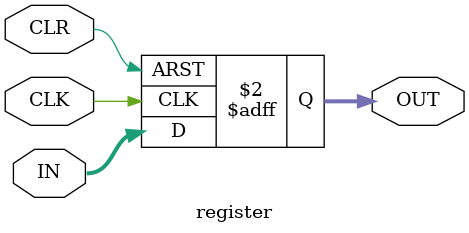
<source format=v>
`timescale 1ns / 1ps

module SR_NAND(
    input S, R,
    output Q, Qn
    );
    
    NAND nand0(Qn,S,Q);
    NAND nand1(Q,R,Qn);
endmodule

module DFF(
    input D, CLK,
    output Q, Qn
    );
    wire notD,w1,w0;
    NOT not0(D,notD);
    NAND nand0(D,CLK,w0);
    NAND nand1(notD,CLK,w1);
    NAND nand2(w0,Qn,Q);
    NAND nand3(w1,Q,Qn);
endmodule

module MS_DFF(
    input D, CLK,
    output Q, Qn
    );
    wire Qm,notCLK;
    NOT not0(CLK,notCLK);
    
    DFF dff_master(.D(D), .CLK(CLK), .Q(Qm));
    DFF dff_slave (.D(Qm), .CLK(notCLK), .Q(Q), .Qn(Qn));
endmodule

module DFF_behav(
    input D, CLK,
    output Q, Qn
    );
    reg FF;
    always @(posedge CLK)begin
        FF = D;
    end
    assign Q = FF;
    assign Qn = ~FF;
endmodule

module register(
    input [7:0] IN,
    input CLK, CLR,
    output reg [7:0] OUT
    );
    always @(posedge CLK or posedge CLR)begin
        if(CLR) OUT <= 8'b0;
        else begin
        OUT <= IN;
        end
    end

endmodule

//module BlockRAM(
//    input clka, wea,
//    input [3:0] addra,
//    output [7:0] douta
//    );
    
//    wire [7:0] dina;
    //clock divider
//    integer counter = 0;
//    reg div_clka = 0;
//    always @(posedge clka)begin
//        counter <= counter+1;
//        if (counter % 1 == 0) div_clka = ~div_clka; 
//    end
        
//    blk_mem_gen_0 RAM
//    (.dina(dina), .clka(clka),
//    .wea(wea), .addra(addra),
//    .douta(douta));

//endmodule
</source>
